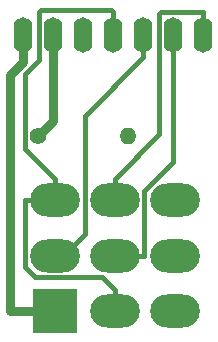
<source format=gbr>
G04 #@! TF.GenerationSoftware,KiCad,Pcbnew,(5.1.5-0-10_14)*
G04 #@! TF.CreationDate,2021-09-14T18:47:20+02:00*
G04 #@! TF.ProjectId,3pdt-npnium,33706474-2d6e-4706-9e69-756d2e6b6963,rev?*
G04 #@! TF.SameCoordinates,Original*
G04 #@! TF.FileFunction,Copper,L1,Top*
G04 #@! TF.FilePolarity,Positive*
%FSLAX46Y46*%
G04 Gerber Fmt 4.6, Leading zero omitted, Abs format (unit mm)*
G04 Created by KiCad (PCBNEW (5.1.5-0-10_14)) date 2021-09-14 18:47:20*
%MOMM*%
%LPD*%
G04 APERTURE LIST*
%ADD10O,1.400000X1.400000*%
%ADD11C,1.400000*%
%ADD12O,4.200000X2.800000*%
%ADD13R,3.816000X3.816000*%
%ADD14O,1.600000X3.000000*%
%ADD15C,0.400000*%
%ADD16C,0.800000*%
G04 APERTURE END LIST*
D10*
X70120000Y-47600000D03*
D11*
X62500000Y-47600000D03*
D12*
X74060000Y-53010000D03*
X74060000Y-57710000D03*
X74060000Y-62410000D03*
X68980000Y-53010000D03*
X68980000Y-57710000D03*
X68980000Y-62410000D03*
X63900000Y-53010000D03*
X63900000Y-57710000D03*
D13*
X63900000Y-62410000D03*
D14*
X76500000Y-39000000D03*
X73960000Y-39000000D03*
X71420000Y-39000000D03*
X61260000Y-39000000D03*
X63800000Y-39000000D03*
X66340000Y-39000000D03*
X68880000Y-39000000D03*
D15*
X76499990Y-37099990D02*
X76500000Y-37100000D01*
X72900010Y-37099990D02*
X76499990Y-37099990D01*
X72759990Y-37240010D02*
X72900010Y-37099990D01*
X76500000Y-37100000D02*
X76500000Y-39000000D01*
X72759990Y-47430010D02*
X72759990Y-37240010D01*
X68980000Y-51210000D02*
X72759990Y-47430010D01*
X68980000Y-53010000D02*
X68980000Y-51210000D01*
X71480000Y-57710000D02*
X68980000Y-57710000D01*
X71480010Y-52264412D02*
X71480010Y-57709990D01*
X73960000Y-49784422D02*
X71480010Y-52264412D01*
X71480010Y-57709990D02*
X71480000Y-57710000D01*
X73960000Y-39000000D02*
X73960000Y-49784422D01*
X66479990Y-55830010D02*
X66479990Y-45840010D01*
X71420000Y-40900000D02*
X71420000Y-39000000D01*
X64600000Y-57710000D02*
X66479990Y-55830010D01*
X66479990Y-45840010D02*
X71420000Y-40900000D01*
X63900000Y-57710000D02*
X64600000Y-57710000D01*
D16*
X60125010Y-42434990D02*
X60125010Y-62410000D01*
X60125010Y-62410000D02*
X63900000Y-62410000D01*
X61260000Y-41300000D02*
X60125010Y-42434990D01*
X61260000Y-39000000D02*
X61260000Y-41300000D01*
X63800000Y-46300000D02*
X63800000Y-39000000D01*
X62500000Y-47600000D02*
X63800000Y-46300000D01*
D15*
X61400000Y-53010000D02*
X63900000Y-53010000D01*
X61399990Y-53010010D02*
X61400000Y-53010000D01*
X61399990Y-58699990D02*
X61399990Y-53010010D01*
X62210010Y-59510010D02*
X61399990Y-58699990D01*
X67880010Y-59510010D02*
X62210010Y-59510010D01*
X68980000Y-60610000D02*
X67880010Y-59510010D01*
X68980000Y-62410000D02*
X68980000Y-60610000D01*
X62599990Y-41091394D02*
X62599990Y-37100010D01*
X61399999Y-42291385D02*
X62599990Y-41091394D01*
X61399999Y-48709999D02*
X61399999Y-42291385D01*
X62599990Y-37100010D02*
X62774990Y-36925010D01*
X63900000Y-51210000D02*
X61399999Y-48709999D01*
X63900000Y-53010000D02*
X63900000Y-51210000D01*
X68880000Y-37100000D02*
X68880000Y-39000000D01*
X68705010Y-36925010D02*
X68880000Y-37100000D01*
X62774990Y-36925010D02*
X68705010Y-36925010D01*
M02*

</source>
